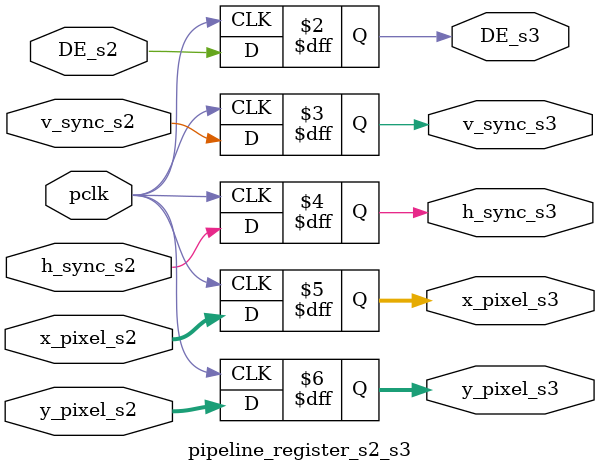
<source format=sv>
`timescale 1ns / 1ps


module pipeline_register_s0_s1 (
    input  logic       pclk,
    input  logic       DE_s0,
    input  logic       v_sync_s0,
    input  logic       h_sync_s0,
    input  logic [9:0] x_pixel_s0,
    input  logic [9:0] y_pixel_s0,
    output logic       DE_s1,
    output logic       v_sync_s1,
    output logic       h_sync_s1,
    output logic [9:0] x_pixel_s1,
    output logic [9:0] y_pixel_s1
);
    always_ff @(posedge pclk) begin
        DE_s1      <= DE_s0;
        v_sync_s1  <= v_sync_s0;
        h_sync_s1  <= h_sync_s0;
        x_pixel_s1 <= x_pixel_s0;
        y_pixel_s1 <= y_pixel_s0;
    end
endmodule

module pipeline_register_s1_s2 (
    input  logic       pclk,
    input  logic       DE_s1,
    input  logic       v_sync_s1,
    input  logic       h_sync_s1,
    input  logic [9:0] x_pixel_s1,
    input  logic [9:0] y_pixel_s1,
    output logic       DE_s2,
    output logic       v_sync_s2,
    output logic       h_sync_s2,
    output logic [9:0] x_pixel_s2,
    output logic [9:0] y_pixel_s2
);
    always_ff @(posedge pclk) begin
        DE_s2      <= DE_s1;
        v_sync_s2  <= v_sync_s1;
        h_sync_s2  <= h_sync_s1;
        x_pixel_s2 <= x_pixel_s1;
        y_pixel_s2 <= y_pixel_s1;
    end
endmodule

module pipeline_register_s2_s3 (
    input  logic       pclk,
    input  logic       DE_s2,
    input  logic       v_sync_s2,
    input  logic       h_sync_s2,
    input  logic [9:0] x_pixel_s2,
    input  logic [9:0] y_pixel_s2,
    output logic       DE_s3,
    output logic       v_sync_s3,
    output logic       h_sync_s3,
    output logic [9:0] x_pixel_s3,
    output logic [9:0] y_pixel_s3
);
    always_ff @(posedge pclk) begin
        DE_s3      <= DE_s2;
        v_sync_s3  <= v_sync_s2;
        h_sync_s3  <= h_sync_s2;
        x_pixel_s3 <= x_pixel_s2;
        y_pixel_s3 <= y_pixel_s2;
    end
endmodule

</source>
